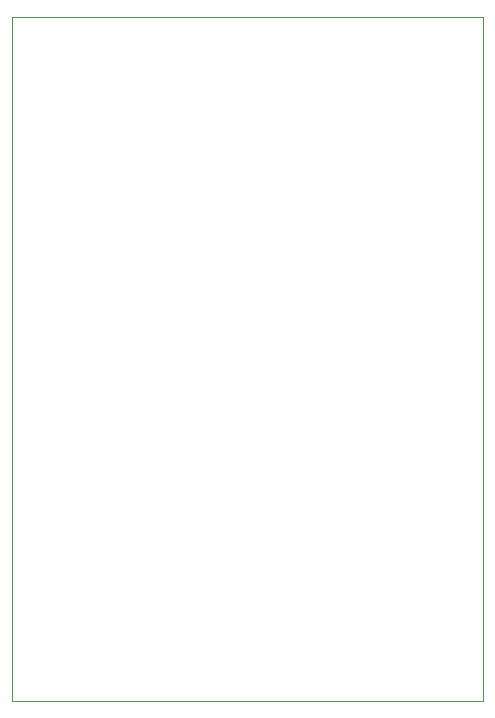
<source format=gbr>
G04 #@! TF.GenerationSoftware,KiCad,Pcbnew,9.0.1*
G04 #@! TF.CreationDate,2025-06-04T13:38:33-07:00*
G04 #@! TF.ProjectId,mp153-devboard,6d703135-332d-4646-9576-626f6172642e,rev?*
G04 #@! TF.SameCoordinates,PXb487a00PY650eff0*
G04 #@! TF.FileFunction,Profile,NP*
%FSLAX46Y46*%
G04 Gerber Fmt 4.6, Leading zero omitted, Abs format (unit mm)*
G04 Created by KiCad (PCBNEW 9.0.1) date 2025-06-04 13:38:33*
%MOMM*%
%LPD*%
G01*
G04 APERTURE LIST*
G04 #@! TA.AperFunction,Profile*
%ADD10C,0.050000*%
G04 #@! TD*
G04 APERTURE END LIST*
D10*
X0Y57269200D02*
X39903400Y57269200D01*
X39903400Y-600000D01*
X0Y-600000D01*
X0Y57269200D01*
M02*

</source>
